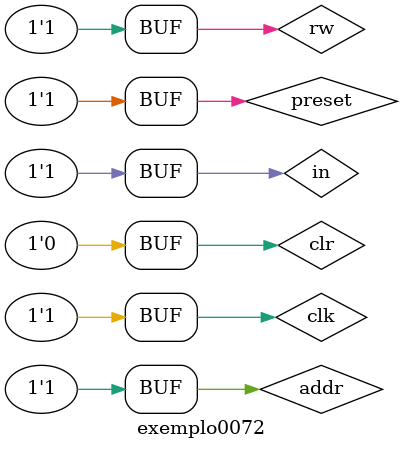
<source format=v>

`include "Exemplo0071.v"

module memoria2x4(output [3:0]out0, output [3:0]out1, input clk, input addr, input rw, input in, input preset, input clr);

wire addr_n;

not not1(addr_n, addr);

// Chamada das memórias 1x4
memoria1x4 m1(out0, clk, addr_n, rw, in, preset, clr);
memoria1x4 m2(out1, clk, addr, rw, in, preset, clr);

endmodule //memoria2x4

// ----------------
// Exemplo0072
// ----------------
module exemplo0072;

// ---------------- Definição de dados
wire [3:0]out0, out1;
reg clk, addr, rw, in, preset, clr;

// ---------------- Instância
 memoria2x4 memo2_4(out0, out1, clk, addr, rw, in, preset, clr);

// ---------------- Preparação
 initial begin: start
  clk = 1;
  addr = 0;
  rw = 0;
  in = 0;
  preset = 1;
  clr = 0;
 end
 
// ---------------- Parte principal
 initial begin: main
  $display("Exemplo0072 - Josemar Alves Caetano - 448662.");
  $display("Teste Memória RAM 2x4.\n");

  $display("Saídas: 0\te\t1\n");
  $monitor("\t%b\t\t%b\n",out0, out1);

   #1 clr = 1;
   #1 clr = 0;
   #1 clk = 1; addr = 0; rw = 1; in = 1;
   #1 clk = 1; addr = 1; rw = 1; in = 1;
   #1 addr = 0;
   #1 addr = 1;

end

endmodule //exemplo0072




</source>
